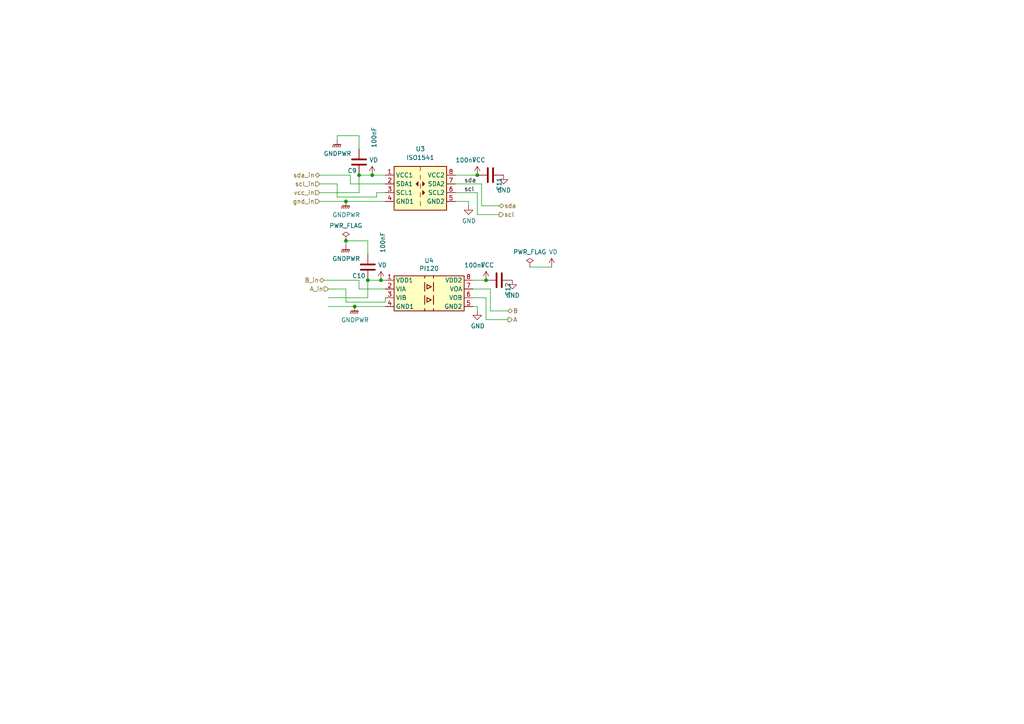
<source format=kicad_sch>
(kicad_sch (version 20211123) (generator eeschema)
  (paper "A4")
  (lib_symbols
    (symbol "0JLC-6:PI120"
      (property "Reference" "U" (at -8.89 6.35 0))
      (property "Value" "PI120" (at 1.27 6.35 0))
      (symbol "PI120_0_1"
        (rectangle (start -10.16 5.08) (end 10.16 -5.08) (stroke (width 0.254)) (fill (type background)))
        (polyline (pts (xy -1.27 -4.445) (xy -1.27 -5.08)) (stroke (width 0.254)))
        (polyline (pts (xy -1.27 -0.635) (xy -1.27 -3.175)) (stroke (width 0.254)))
        (polyline (pts (xy -1.27 3.175) (xy -1.27 0.635)) (stroke (width 0.254)))
        (polyline (pts (xy -1.27 5.08) (xy -1.27 4.445)) (stroke (width 0.254)))
        (polyline (pts (xy 1.27 -4.445) (xy 1.27 -5.08)) (stroke (width 0.254)))
        (polyline (pts (xy 1.27 -0.635) (xy 1.27 -3.175)) (stroke (width 0.254)))
        (polyline (pts (xy 1.27 3.175) (xy 1.27 0.635)) (stroke (width 0.254)))
        (polyline (pts (xy 1.27 5.08) (xy 1.27 4.445)) (stroke (width 0.254)))
        (polyline (pts (xy -0.635 2.54) (xy 0.635 1.905) (xy -0.635 1.27) (xy -0.635 2.54)) (stroke (width 0.254)))
      )
      (symbol "PI120_1_1"
        (polyline (pts (xy -0.635 -1.27) (xy 0.635 -1.905) (xy -0.635 -2.54) (xy -0.635 -1.27)) (stroke (width 0.254)))
        (pin power_in line (at -12.7 3.81 0) (length 2.54) (name "VDD1") (number "1"))
        (pin input line (at -12.7 1.27 0) (length 2.54) (name "VIA") (number "2"))
        (pin input line (at -12.7 -1.27 0) (length 2.54) (name "VIB") (number "3"))
        (pin power_in line (at -12.7 -3.81 0) (length 2.54) (name "GND1") (number "4"))
        (pin power_in line (at 12.7 -3.81 180) (length 2.54) (name "GND2") (number "5"))
        (pin output line (at 12.7 -1.27 180) (length 2.54) (name "VOB") (number "6"))
        (pin output line (at 12.7 1.27 180) (length 2.54) (name "VOA") (number "7"))
        (pin power_in line (at 12.7 3.81 180) (length 2.54) (name "VDD2") (number "8"))
      )
    )
    (symbol "Device:C" (pin_numbers hide) (pin_names (offset 0.254))
      (property "Reference" "C" (at 0.635 2.54 0))
      (property "Value" "C" (at 0.635 -2.54 0))
      (symbol "C_0_1"
        (polyline (pts (xy -2.032 -0.762) (xy 2.032 -0.762)) (stroke (width 0.508)))
        (polyline (pts (xy -2.032 0.762) (xy 2.032 0.762)) (stroke (width 0.508)))
      )
      (symbol "C_1_1"
        (pin passive line (at 0 3.81 270) (length 2.794) (name "~") (number "1"))
        (pin passive line (at 0 -3.81 90) (length 2.794) (name "~") (number "2"))
      )
    )
    (symbol "Isolator:ISO1541"
      (property "Reference" "U" (at -6.35 6.35 0))
      (property "Value" "ISO1541" (at 3.81 6.35 0))
      (symbol "ISO1541_0_1"
        (rectangle (start -7.62 5.08) (end 7.62 -7.62) (stroke (width 0.254)) (fill (type background)))
        (rectangle (start 0 -5.08) (end 0 -6.35))
        (polyline (pts (xy 0 -2.54) (xy 0 -3.81)))
        (polyline (pts (xy 0 0) (xy 0 -1.27)))
        (polyline (pts (xy 0 2.54) (xy 0 1.27)))
        (polyline (pts (xy 0 5.08) (xy 0 3.81)))
        (polyline (pts (xy -0.635 0.635) (xy -1.27 0) (xy -0.635 -0.635) (xy -0.635 0.635)) (fill (type outline)))
        (polyline (pts (xy 0.635 -1.905) (xy 1.27 -2.54) (xy 0.635 -3.175) (xy 0.635 -1.905)) (fill (type outline)))
        (polyline (pts (xy 0.635 0.635) (xy 1.27 0) (xy 0.635 -0.635) (xy 0.635 0.635)) (fill (type outline)))
      )
      (symbol "ISO1541_1_1"
        (pin power_in line (at -10.16 2.54 0) (length 2.54) (name "VCC1") (number "1"))
        (pin bidirectional line (at -10.16 0 0) (length 2.54) (name "SDA1") (number "2"))
        (pin input line (at -10.16 -2.54 0) (length 2.54) (name "SCL1") (number "3"))
        (pin power_in line (at -10.16 -5.08 0) (length 2.54) (name "GND1") (number "4"))
        (pin power_in line (at 10.16 -5.08 180) (length 2.54) (name "GND2") (number "5"))
        (pin output line (at 10.16 -2.54 180) (length 2.54) (name "SCL2") (number "6"))
        (pin bidirectional line (at 10.16 0 180) (length 2.54) (name "SDA2") (number "7"))
        (pin power_in line (at 10.16 2.54 180) (length 2.54) (name "VCC2") (number "8"))
      )
    )
    (symbol "power:GND" (power) (pin_names (offset 0))
      (property "Value" "GND" (at 0 -3.81 0))
      (symbol "GND_0_1"
        (polyline (pts (xy 0 0) (xy 0 -1.27) (xy 1.27 -1.27) (xy 0 -2.54) (xy -1.27 -1.27) (xy 0 -1.27)))
      )
      (symbol "GND_1_1"
        (pin power_in line (at 0 0 270) (length 0) hide (name "GND") (number "1"))
      )
    )
    (symbol "power:GNDPWR" (power) (pin_names (offset 0))
      (property "Value" "GNDPWR" (at 0 -3.302 0))
      (symbol "GNDPWR_0_1"
        (polyline (pts (xy 0 -1.27) (xy 0 0)))
        (polyline (pts (xy -1.016 -1.27) (xy -1.27 -2.032) (xy -1.27 -2.032)) (stroke (width 0.2032)))
        (polyline (pts (xy -0.508 -1.27) (xy -0.762 -2.032) (xy -0.762 -2.032)) (stroke (width 0.2032)))
        (polyline (pts (xy 0 -1.27) (xy -0.254 -2.032) (xy -0.254 -2.032)) (stroke (width 0.2032)))
        (polyline (pts (xy 0.508 -1.27) (xy 0.254 -2.032) (xy 0.254 -2.032)) (stroke (width 0.2032)))
        (polyline (pts (xy 1.016 -1.27) (xy -1.016 -1.27) (xy -1.016 -1.27)) (stroke (width 0.2032)))
        (polyline (pts (xy 1.016 -1.27) (xy 0.762 -2.032) (xy 0.762 -2.032) (xy 0.762 -2.032)) (stroke (width 0.2032)))
      )
      (symbol "GNDPWR_1_1"
        (pin power_in line (at 0 0 270) (length 0) hide (name "GNDPWR") (number "1"))
      )
    )
    (symbol "power:PWR_FLAG" (power) (pin_numbers hide) (pin_names (offset 0) hide)
      (property "Value" "PWR_FLAG" (at 0 3.81 0))
      (symbol "PWR_FLAG_0_0"
        (pin power_out line (at 0 0 90) (length 0) (name "pwr") (number "1"))
      )
      (symbol "PWR_FLAG_0_1"
        (polyline (pts (xy 0 0) (xy 0 1.27) (xy -1.016 1.905) (xy 0 2.54) (xy 1.016 1.905) (xy 0 1.27)))
      )
    )
    (symbol "power:VCC" (power) (pin_names (offset 0))
      (property "Value" "VCC" (at 0 3.81 0))
      (symbol "VCC_0_1"
        (polyline (pts (xy -0.762 1.27) (xy 0 2.54)))
        (polyline (pts (xy 0 0) (xy 0 2.54)))
        (polyline (pts (xy 0 2.54) (xy 0.762 1.27)))
      )
      (symbol "VCC_1_1"
        (pin power_in line (at 0 0 90) (length 0) hide (name "VCC") (number "1"))
      )
    )
    (symbol "power:VD" (power) (pin_names (offset 0))
      (property "Value" "VD" (at 0 3.81 0))
      (symbol "VD_0_1"
        (polyline (pts (xy -0.762 1.27) (xy 0 2.54)))
        (polyline (pts (xy 0 0) (xy 0 2.54)))
        (polyline (pts (xy 0 2.54) (xy 0.762 1.27)))
      )
      (symbol "VD_1_1"
        (pin power_in line (at 0 0 90) (length 0) hide (name "VD") (number "1"))
      )
    )
  )
  (junction (at 107.95 50.8))
  (junction (at 110.49 81.28))
  (junction (at 100.33 58.42))
  (junction (at 104.14 50.8))
  (junction (at 106.68 81.28))
  (junction (at 102.87 88.9))
  (junction (at 140.97 81.28))
  (junction (at 100.33 69.85))
  (junction (at 138.43 50.8))
  (wire (pts (xy 138.43 55.88) (xy 138.43 62.23)))
  (wire (pts (xy 102.87 88.9) (xy 111.76 88.9)))
  (wire (pts (xy 92.71 58.42) (xy 100.33 58.42)))
  (wire (pts (xy 95.25 88.9) (xy 102.87 88.9)))
  (wire (pts (xy 100.33 58.42) (xy 111.76 58.42)))
  (wire (pts (xy 140.97 86.36) (xy 140.97 92.71)))
  (wire (pts (xy 144.78 59.69) (xy 139.7 59.69)))
  (wire (pts (xy 132.08 58.42) (xy 135.89 58.42)))
  (wire (pts (xy 132.08 53.34) (xy 139.7 53.34)))
  (wire (pts (xy 138.43 90.17) (xy 138.43 88.9)))
  (wire (pts (xy 100.33 69.85) (xy 100.33 71.12)))
  (wire (pts (xy 92.71 50.8) (xy 101.6 50.8)))
  (wire (pts (xy 109.22 55.88) (xy 111.76 55.88)))
  (wire (pts (xy 93.98 81.28) (xy 104.14 81.28)))
  (wire (pts (xy 97.79 53.34) (xy 97.79 57.15)))
  (wire (pts (xy 104.14 83.82) (xy 111.76 83.82)))
  (wire (pts (xy 106.68 69.85) (xy 106.68 73.66)))
  (wire (pts (xy 97.79 39.37) (xy 97.79 40.64)))
  (wire (pts (xy 138.43 88.9) (xy 137.16 88.9)))
  (wire (pts (xy 106.68 86.36) (xy 106.68 81.28)))
  (wire (pts (xy 138.43 62.23) (xy 144.78 62.23)))
  (wire (pts (xy 137.16 86.36) (xy 140.97 86.36)))
  (wire (pts (xy 104.14 50.8) (xy 107.95 50.8)))
  (wire (pts (xy 106.68 81.28) (xy 110.49 81.28)))
  (wire (pts (xy 101.6 53.34) (xy 111.76 53.34)))
  (wire (pts (xy 132.08 55.88) (xy 138.43 55.88)))
  (wire (pts (xy 111.76 87.63) (xy 111.76 86.36)))
  (wire (pts (xy 110.49 81.28) (xy 111.76 81.28)))
  (wire (pts (xy 95.25 83.82) (xy 100.33 83.82)))
  (wire (pts (xy 142.24 83.82) (xy 137.16 83.82)))
  (wire (pts (xy 101.6 50.8) (xy 101.6 53.34)))
  (wire (pts (xy 109.22 57.15) (xy 109.22 55.88)))
  (wire (pts (xy 104.14 39.37) (xy 104.14 43.18)))
  (wire (pts (xy 92.71 53.34) (xy 97.79 53.34)))
  (wire (pts (xy 100.33 69.85) (xy 106.68 69.85)))
  (wire (pts (xy 160.02 77.47) (xy 153.67 77.47)))
  (wire (pts (xy 95.25 86.36) (xy 106.68 86.36)))
  (wire (pts (xy 104.14 55.88) (xy 104.14 50.8)))
  (wire (pts (xy 100.33 83.82) (xy 100.33 87.63)))
  (wire (pts (xy 147.32 90.17) (xy 142.24 90.17)))
  (wire (pts (xy 92.71 55.88) (xy 104.14 55.88)))
  (wire (pts (xy 142.24 90.17) (xy 142.24 83.82)))
  (wire (pts (xy 140.97 92.71) (xy 147.32 92.71)))
  (wire (pts (xy 137.16 81.28) (xy 140.97 81.28)))
  (wire (pts (xy 104.14 81.28) (xy 104.14 83.82)))
  (wire (pts (xy 135.89 59.69) (xy 135.89 58.42)))
  (wire (pts (xy 100.33 87.63) (xy 111.76 87.63)))
  (wire (pts (xy 132.08 50.8) (xy 138.43 50.8)))
  (wire (pts (xy 97.79 57.15) (xy 109.22 57.15)))
  (wire (pts (xy 107.95 50.8) (xy 111.76 50.8)))
  (wire (pts (xy 139.7 59.69) (xy 139.7 53.34)))
  (wire (pts (xy 97.79 39.37) (xy 104.14 39.37)))
  (label "sda" (at 134.62 53.34 0))
  (label "scl" (at 134.62 55.88 0))
  (hierarchical_label "gnd_in" (shape input) (at 92.71 58.42 180))
  (hierarchical_label "A_in" (shape input) (at 95.25 83.82 180))
  (hierarchical_label "B" (shape bidirectional) (at 147.32 90.17 0))
  (hierarchical_label "vcc_in" (shape input) (at 92.71 55.88 180))
  (hierarchical_label "scl" (shape output) (at 144.78 62.23 0))
  (hierarchical_label "sda_in" (shape bidirectional) (at 92.71 50.8 180))
  (hierarchical_label "A" (shape output) (at 147.32 92.71 0))
  (hierarchical_label "B_in" (shape bidirectional) (at 93.98 81.28 180))
  (hierarchical_label "sda" (shape bidirectional) (at 144.78 59.69 0))
  (hierarchical_label "scl_in" (shape input) (at 92.71 53.34 180))
  (symbol (lib_id "power:GNDPWR") (at 100.33 58.42 0) (unit 1)
    (property "Reference" "#PWR030" (effects hide))
    (property "Value" "GNDPWR" (at 100.4316 62.3316 0))
  )
  (symbol (lib_id "power:VD") (at 160.02 77.47 0) (unit 1)
    (property "Reference" "#PWR041" (effects hide))
    (property "Value" "VD" (at 160.4518 73.0758 0))
  )
  (symbol (lib_id "power:VD") (at 107.95 50.8 0) (unit 1)
    (property "Reference" "#PWR033" (effects hide))
    (property "Value" "VD" (at 108.3818 46.4058 0))
  )
  (symbol (lib_id "power:GND") (at 135.89 59.69 0) (unit 1)
    (property "Reference" "#PWR035" (effects hide))
    (property "Value" "GND" (at 136.017 64.0842 0))
  )
  (symbol (lib_id "Device:C") (at 142.24 50.8 270) (unit 1)
    (property "Reference" "C11" (at 144.78 51.435 0) (effects (justify left)))
    (property "Value" "100nF" (at 132.08 45.72 90) (effects (justify left top)))
    (property "Footprint" "Capacitor_SMD:C_0603_1608Metric_Pad1.05x0.95mm_HandSolder" (effects hide))
    (property "Datasheet" "CC0603KRX7R9BB104" (effects hide))
    (property "MFR" "Samsung" (effects hide))
    (property "MPN" "CC0603KRX7R9BB104" (effects hide))
    (property "SPURL" "-" (effects hide))
    (property "LCSC" "C14663" (effects hide))
  )
  (symbol (lib_id "power:GND") (at 146.05 50.8 0) (unit 1)
    (property "Reference" "#PWR039" (effects hide))
    (property "Value" "GND" (at 146.177 55.1942 0))
  )
  (symbol (lib_id "Device:C") (at 104.14 46.99 180) (unit 1)
    (property "Reference" "C9" (at 103.505 49.53 0) (effects (justify left)))
    (property "Value" "100nF" (at 109.22 36.83 90) (effects (justify left top)))
    (property "Footprint" "Capacitor_SMD:C_0603_1608Metric_Pad1.05x0.95mm_HandSolder" (effects hide))
    (property "Datasheet" "CC0603KRX7R9BB104" (effects hide))
    (property "MFR" "Samsung" (effects hide))
    (property "MPN" "CC0603KRX7R9BB104" (effects hide))
    (property "SPURL" "-" (effects hide))
    (property "LCSC" "C14663" (effects hide))
  )
  (symbol (lib_id "power:VCC") (at 138.43 50.8 0) (unit 1)
    (property "Reference" "#PWR036" (effects hide))
    (property "Value" "VCC" (at 138.8618 46.4058 0))
  )
  (symbol (lib_id "power:PWR_FLAG") (at 153.67 77.47 0) (unit 1)
    (property "Reference" "#FLG04" (effects hide))
    (property "Value" "PWR_FLAG" (at 153.67 73.0758 0))
  )
  (symbol (lib_id "power:GNDPWR") (at 97.79 40.64 0) (unit 1)
    (property "Reference" "#PWR029" (effects hide))
    (property "Value" "GNDPWR" (at 97.8916 44.5516 0))
  )
  (symbol (lib_id "power:GNDPWR") (at 102.87 88.9 0) (unit 1)
    (property "Reference" "#PWR032" (effects hide))
    (property "Value" "GNDPWR" (at 102.9716 92.8116 0))
  )
  (symbol (lib_id "power:VD") (at 110.49 81.28 0) (unit 1)
    (property "Reference" "#PWR034" (effects hide))
    (property "Value" "VD" (at 110.9218 76.8858 0))
  )
  (symbol (lib_id "power:GND") (at 138.43 90.17 0) (unit 1)
    (property "Reference" "#PWR037" (effects hide))
    (property "Value" "GND" (at 138.557 94.5642 0))
  )
  (symbol (lib_id "Device:C") (at 144.78 81.28 270) (unit 1)
    (property "Reference" "C12" (at 147.32 81.915 0) (effects (justify left)))
    (property "Value" "100nF" (at 134.62 76.2 90) (effects (justify left top)))
    (property "Footprint" "Capacitor_SMD:C_0603_1608Metric_Pad1.05x0.95mm_HandSolder" (effects hide))
    (property "Datasheet" "CC0603KRX7R9BB104" (effects hide))
    (property "MFR" "Samsung" (effects hide))
    (property "MPN" "CC0603KRX7R9BB104" (effects hide))
    (property "SPURL" "-" (effects hide))
    (property "LCSC" "C14663" (effects hide))
  )
  (symbol (lib_id "Device:C") (at 106.68 77.47 180) (unit 1)
    (property "Reference" "C10" (at 106.045 80.01 0) (effects (justify left)))
    (property "Value" "100nF" (at 111.76 67.31 90) (effects (justify left top)))
    (property "Footprint" "Capacitor_SMD:C_0603_1608Metric_Pad1.05x0.95mm_HandSolder" (effects hide))
    (property "Datasheet" "CC0603KRX7R9BB104" (effects hide))
    (property "MFR" "Samsung" (effects hide))
    (property "MPN" "CC0603KRX7R9BB104" (effects hide))
    (property "SPURL" "-" (effects hide))
    (property "LCSC" "C14663" (effects hide))
  )
  (symbol (lib_id "power:VCC") (at 140.97 81.28 0) (unit 1)
    (property "Reference" "#PWR038" (effects hide))
    (property "Value" "VCC" (at 141.4018 76.8858 0))
  )
  (symbol (lib_id "power:GNDPWR") (at 100.33 71.12 0) (unit 1)
    (property "Reference" "#PWR031" (effects hide))
    (property "Value" "GNDPWR" (at 100.4316 75.0316 0))
  )
  (symbol (lib_id "power:PWR_FLAG") (at 100.33 69.85 0) (unit 1)
    (property "Reference" "#FLG03" (effects hide))
    (property "Value" "PWR_FLAG" (at 100.33 65.4558 0))
  )
  (symbol (lib_id "power:GND") (at 148.59 81.28 0) (unit 1)
    (property "Reference" "#PWR040" (effects hide))
    (property "Value" "GND" (at 148.717 85.6742 0))
  )
  (symbol (lib_id "0JLC-6:PI120") (at 124.46 85.09 0) (unit 1)
    (property "Reference" "U4" (at 124.46 75.565 0))
    (property "Value" "PI120" (at 124.46 77.8764 0))
    (property "Footprint" "Package_SO:SOIC-8_3.9x4.9mm_P1.27mm" (effects hide))
    (property "Datasheet" "https://datasheet.lcsc.com/lcsc/2001120703_2Pai-Semi-%CF%80120U30_C471591.pdf" (effects hide))
    (property "LCSC" "C471591" (effects hide))
    (property "MPN" "π120U30" (effects hide))
  )
  (symbol (lib_id "Isolator:ISO1541") (at 121.92 53.34 0) (unit 1)
    (property "Reference" "U3" (at 121.92 43.18 0))
    (property "Value" "ISO1541" (at 121.92 45.72 0))
    (property "Footprint" "Package_SO:SOIC-8_3.9x4.9mm_P1.27mm" (effects hide))
    (property "Datasheet" "http://www.ti.com/lit/ds/symlink/iso1541.pdf" (effects hide))
  )
)
</source>
